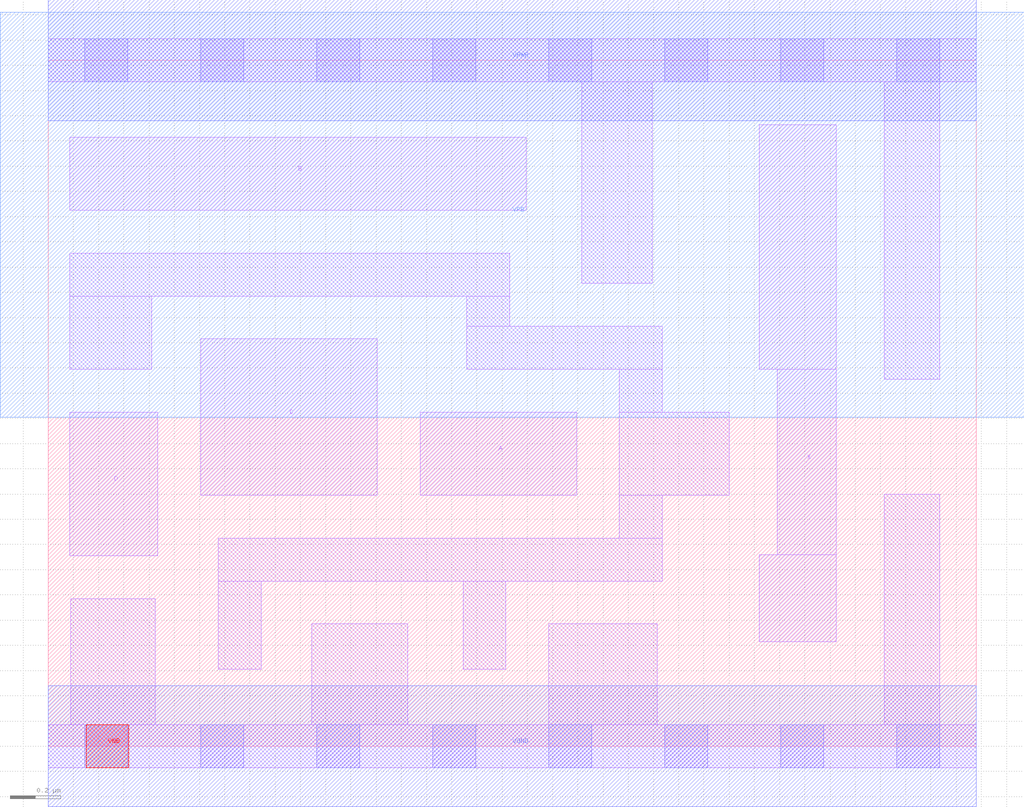
<source format=lef>
# Copyright 2020 The SkyWater PDK Authors
#
# Licensed under the Apache License, Version 2.0 (the "License");
# you may not use this file except in compliance with the License.
# You may obtain a copy of the License at
#
#     https://www.apache.org/licenses/LICENSE-2.0
#
# Unless required by applicable law or agreed to in writing, software
# distributed under the License is distributed on an "AS IS" BASIS,
# WITHOUT WARRANTIES OR CONDITIONS OF ANY KIND, either express or implied.
# See the License for the specific language governing permissions and
# limitations under the License.
#
# SPDX-License-Identifier: Apache-2.0

VERSION 5.7 ;
  NOWIREEXTENSIONATPIN ON ;
  DIVIDERCHAR "/" ;
  BUSBITCHARS "[]" ;
PROPERTYDEFINITIONS
  MACRO maskLayoutSubType STRING ;
  MACRO prCellType STRING ;
  MACRO originalViewName STRING ;
END PROPERTYDEFINITIONS
MACRO sky130_fd_sc_hdll__or4_2
  CLASS CORE ;
  FOREIGN sky130_fd_sc_hdll__or4_2 ;
  ORIGIN  0.000000  0.000000 ;
  SIZE  3.680000 BY  2.720000 ;
  SYMMETRY X Y R90 ;
  SITE unithd ;
  PIN A
    ANTENNAGATEAREA  0.138600 ;
    DIRECTION INPUT ;
    USE SIGNAL ;
    PORT
      LAYER li1 ;
        RECT 1.475000 0.995000 2.095000 1.325000 ;
    END
  END A
  PIN B
    ANTENNAGATEAREA  0.138600 ;
    DIRECTION INPUT ;
    USE SIGNAL ;
    PORT
      LAYER li1 ;
        RECT 0.085000 2.125000 1.895000 2.415000 ;
    END
  END B
  PIN C
    ANTENNAGATEAREA  0.138600 ;
    DIRECTION INPUT ;
    USE SIGNAL ;
    PORT
      LAYER li1 ;
        RECT 0.605000 0.995000 1.305000 1.615000 ;
    END
  END C
  PIN D
    ANTENNAGATEAREA  0.138600 ;
    DIRECTION INPUT ;
    USE SIGNAL ;
    PORT
      LAYER li1 ;
        RECT 0.085000 0.755000 0.435000 1.325000 ;
    END
  END D
  PIN VNB
    PORT
      LAYER pwell ;
        RECT 0.150000 -0.085000 0.320000 0.085000 ;
    END
  END VNB
  PIN VPB
    PORT
      LAYER nwell ;
        RECT -0.190000 1.305000 3.870000 2.910000 ;
    END
  END VPB
  PIN X
    ANTENNADIFFAREA  0.802750 ;
    DIRECTION OUTPUT ;
    USE SIGNAL ;
    PORT
      LAYER li1 ;
        RECT 2.820000 0.415000 3.125000 0.760000 ;
        RECT 2.820000 1.495000 3.125000 2.465000 ;
        RECT 2.890000 0.760000 3.125000 1.495000 ;
    END
  END X
  PIN VGND
    DIRECTION INOUT ;
    USE GROUND ;
    PORT
      LAYER met1 ;
        RECT 0.000000 -0.240000 3.680000 0.240000 ;
    END
  END VGND
  PIN VPWR
    DIRECTION INOUT ;
    USE POWER ;
    PORT
      LAYER met1 ;
        RECT 0.000000 2.480000 3.680000 2.960000 ;
    END
  END VPWR
  OBS
    LAYER li1 ;
      RECT 0.000000 -0.085000 3.680000 0.085000 ;
      RECT 0.000000  2.635000 3.680000 2.805000 ;
      RECT 0.085000  1.495000 0.410000 1.785000 ;
      RECT 0.085000  1.785000 1.830000 1.955000 ;
      RECT 0.090000  0.085000 0.425000 0.585000 ;
      RECT 0.675000  0.305000 0.845000 0.655000 ;
      RECT 0.675000  0.655000 2.435000 0.825000 ;
      RECT 1.045000  0.085000 1.425000 0.485000 ;
      RECT 1.645000  0.305000 1.815000 0.655000 ;
      RECT 1.660000  1.495000 2.435000 1.665000 ;
      RECT 1.660000  1.665000 1.830000 1.785000 ;
      RECT 1.985000  0.085000 2.415000 0.485000 ;
      RECT 2.115000  1.835000 2.395000 2.635000 ;
      RECT 2.265000  0.825000 2.435000 0.995000 ;
      RECT 2.265000  0.995000 2.700000 1.325000 ;
      RECT 2.265000  1.325000 2.435000 1.495000 ;
      RECT 3.315000  0.085000 3.535000 1.000000 ;
      RECT 3.315000  1.455000 3.535000 2.635000 ;
    LAYER mcon ;
      RECT 0.145000 -0.085000 0.315000 0.085000 ;
      RECT 0.145000  2.635000 0.315000 2.805000 ;
      RECT 0.605000 -0.085000 0.775000 0.085000 ;
      RECT 0.605000  2.635000 0.775000 2.805000 ;
      RECT 1.065000 -0.085000 1.235000 0.085000 ;
      RECT 1.065000  2.635000 1.235000 2.805000 ;
      RECT 1.525000 -0.085000 1.695000 0.085000 ;
      RECT 1.525000  2.635000 1.695000 2.805000 ;
      RECT 1.985000 -0.085000 2.155000 0.085000 ;
      RECT 1.985000  2.635000 2.155000 2.805000 ;
      RECT 2.445000 -0.085000 2.615000 0.085000 ;
      RECT 2.445000  2.635000 2.615000 2.805000 ;
      RECT 2.905000 -0.085000 3.075000 0.085000 ;
      RECT 2.905000  2.635000 3.075000 2.805000 ;
      RECT 3.365000 -0.085000 3.535000 0.085000 ;
      RECT 3.365000  2.635000 3.535000 2.805000 ;
  END
  PROPERTY maskLayoutSubType "abstract" ;
  PROPERTY prCellType "standard" ;
  PROPERTY originalViewName "layout" ;
END sky130_fd_sc_hdll__or4_2
END LIBRARY

</source>
